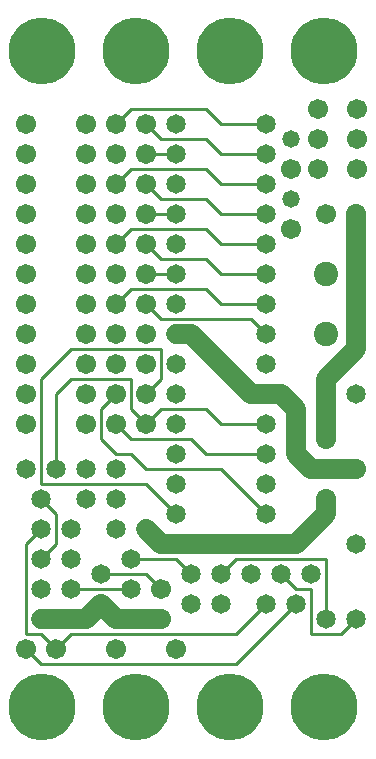
<source format=gbl>
%MOIN*%
%FSLAX25Y25*%
G04 D10 used for Character Trace; *
G04     Circle (OD=.01000) (No hole)*
G04 D11 used for Power Trace; *
G04     Circle (OD=.06700) (No hole)*
G04 D12 used for Signal Trace; *
G04     Circle (OD=.01100) (No hole)*
G04 D13 used for Via; *
G04     Circle (OD=.05800) (Round. Hole ID=.02800)*
G04 D14 used for Component hole; *
G04     Circle (OD=.06500) (Round. Hole ID=.03500)*
G04 D15 used for Component hole; *
G04     Circle (OD=.06700) (Round. Hole ID=.04300)*
G04 D16 used for Component hole; *
G04     Circle (OD=.08100) (Round. Hole ID=.05100)*
G04 D17 used for Component hole; *
G04     Circle (OD=.08900) (Round. Hole ID=.05900)*
G04 D18 used for Component hole; *
G04     Circle (OD=.11300) (Round. Hole ID=.08300)*
G04 D19 used for Component hole; *
G04     Circle (OD=.16000) (Round. Hole ID=.13000)*
G04 D20 used for Component hole; *
G04     Circle (OD=.18300) (Round. Hole ID=.15300)*
G04 D21 used for Component hole; *
G04     Circle (OD=.22291) (Round. Hole ID=.19291)*
%ADD10C,.01000*%
%ADD11C,.06700*%
%ADD12C,.01100*%
%ADD13C,.05800*%
%ADD14C,.06500*%
%ADD15C,.06700*%
%ADD16C,.08100*%
%ADD17C,.08900*%
%ADD18C,.11300*%
%ADD19C,.16000*%
%ADD20C,.18300*%
%ADD21C,.22291*%
%IPPOS*%
%LPD*%
G90*X0Y0D02*D21*X15625Y15625D03*D12*              
X15000Y30000D02*X80000D01*X100000Y50000D01*D14*   
D03*D12*X105000Y40000D02*Y55000D01*Y40000D02*     
X115000D01*X120000Y45000D01*D14*D03*X110000D03*   
D12*Y65000D01*X80000D01*X75000Y60000D01*D14*D03*  
X65000Y70000D03*D11*X55000D01*X50000Y75000D01*D14*
D03*D12*X65000Y60000D02*X60000Y65000D01*D14*      
X65000Y60000D03*D12*X45000Y65000D02*X60000D01*D14*
X45000D03*D12*X55000Y55000D02*X50000Y60000D01*D15*
X55000Y55000D03*D12*X35000Y60000D02*X50000D01*D14*
X35000D03*X45000Y55000D03*D12*X25000D01*D14*D03*  
X15000Y65000D03*D12*X20000Y70000D01*Y80000D01*    
X15000Y85000D01*D14*D03*D12*Y90000D02*X50000D01*  
X60000Y80000D01*D14*D03*Y90000D03*D11*            
X65000Y70000D02*X75000D01*D14*D03*D11*X100000D01* 
D14*D03*D11*X110000Y80000D01*Y85000D01*D15*D03*   
X120000Y95000D03*D11*X105000D01*X100000Y100000D01*
Y115000D01*X95000Y120000D01*X90000D01*D14*D03*D11*
X85000D01*X65000Y140000D01*X60000D01*D14*D03*D12* 
X55000Y145000D02*X85000D01*X90000Y140000D01*D14*  
D03*Y150000D03*D12*X75000D01*X70000Y155000D01*    
X45000D01*X40000Y150000D01*D15*D03*               
X50000Y140000D03*Y160000D03*D12*X60000D01*D14*D03*
D12*X55000Y165000D02*X70000D01*X75000Y160000D01*  
X90000D01*D14*D03*Y170000D03*D12*X75000D01*       
X70000Y175000D01*X45000D01*X40000Y170000D01*D15*  
D03*X50000Y180000D03*D12*X60000D01*D14*D03*D12*   
X55000Y185000D02*X70000D01*X75000Y180000D01*      
X90000D01*D14*D03*D15*X98500Y175000D03*D14*       
X90000Y190000D03*D12*X75000D01*X70000Y195000D01*  
X45000D01*X40000Y190000D01*D15*D03*               
X50000Y200000D03*D12*X60000D01*D14*D03*D12*       
X55000Y205000D02*X70000D01*X75000Y200000D01*      
X90000D01*D14*D03*D15*X98500Y195000D03*D14*       
X90000Y210000D03*D12*X75000D01*X70000Y215000D01*  
X45000D01*X40000Y210000D01*D15*D03*               
X30000Y200000D03*X50000Y210000D03*D12*            
X55000Y205000D01*D14*X60000Y210000D03*D15*        
X50000Y190000D03*D12*X55000Y185000D01*D14*        
X60000Y190000D03*D15*X40000Y200000D03*            
X50000Y170000D03*D12*X55000Y165000D01*D14*        
X60000Y170000D03*D15*X40000Y180000D03*            
X50000Y150000D03*D12*X55000Y145000D01*D14*        
X60000Y150000D03*D12*X55000Y125000D02*Y135000D01* 
X50000Y120000D02*X55000Y125000D01*D15*            
X50000Y120000D03*D12*Y110000D02*X55000Y115000D01* 
D15*X50000Y110000D03*D12*X45000Y115000D01*        
Y125000D01*X25000D01*X20000Y120000D01*Y95000D01*  
D14*D03*D12*X15000Y90000D02*Y125000D01*           
X25000Y135000D01*X55000D01*D14*X60000Y130000D03*  
D15*X50000D03*X40000Y120000D03*D12*               
X35000Y115000D01*Y105000D01*X40000Y100000D01*     
X45000D01*X50000Y95000D01*X75000D01*              
X90000Y80000D01*D14*D03*Y90000D03*D12*            
X70000Y100000D02*X90000D01*D14*D03*Y110000D03*D12*
X75000D01*X70000Y115000D01*X55000D01*D14*         
X60000Y110000D03*Y120000D03*D12*X70000Y100000D02* 
X65000Y105000D01*X45000D01*X40000Y110000D01*D15*  
D03*X30000Y120000D03*Y110000D03*D14*Y95000D03*    
X40000D03*X60000Y100000D03*D15*X40000Y130000D03*  
X30000D03*D14*Y85000D03*X40000D03*D15*            
X10000Y140000D03*Y130000D03*Y120000D03*           
X40000Y140000D03*X10000Y110000D03*                
X30000Y140000D03*D14*X10000Y95000D03*             
X15000Y75000D03*D12*X10000Y70000D01*Y40000D01*    
X15000D01*X20000Y35000D01*D15*D03*D12*            
X25000Y40000D01*X80000D01*X90000Y50000D01*D14*D03*
X95000Y60000D03*D12*X100000Y55000D01*X105000D01*  
D14*Y60000D03*X120000Y70000D03*X85000Y60000D03*   
X75000Y50000D03*D21*X78125Y15625D03*D14*          
X65000Y50000D03*D21*X109375Y15625D03*D15*         
X60000Y35000D03*X110000Y105000D03*D11*Y120000D01* 
D14*D03*D11*Y125000D01*X120000Y135000D01*         
Y180000D01*D15*D03*X110000D03*X120500Y195000D03*  
X107500D03*D16*X110000Y160000D03*D13*             
X98500Y185000D03*D15*X120500Y205000D03*X107500D03*
D13*X98500D03*D15*X120500Y215000D03*X107500D03*   
D16*X110000Y140000D03*D14*X90000Y130000D03*D21*   
X109375Y234375D03*X78125D03*D14*X120000Y120000D03*
D21*X46875Y234375D03*D15*X40000Y160000D03*        
X30000Y210000D03*Y190000D03*Y180000D03*Y170000D03*
Y160000D03*Y150000D03*D14*X25000Y75000D03*        
X40000D03*D21*X15625Y234375D03*D15*               
X10000Y210000D03*Y200000D03*Y190000D03*Y180000D03*
Y170000D03*Y160000D03*Y150000D03*D14*             
X25000Y65000D03*X15000Y55000D03*X35000Y50000D03*  
D11*X30000Y45000D01*X25000D01*D14*D03*D11*        
X15000D01*D14*D03*D15*X10000Y35000D03*D12*        
X15000Y30000D01*D11*X40000Y45000D02*              
X35000Y50000D01*X40000Y45000D02*X55000D01*D15*D03*
X40000Y35000D03*D21*X46875Y15625D03*M02*          

</source>
